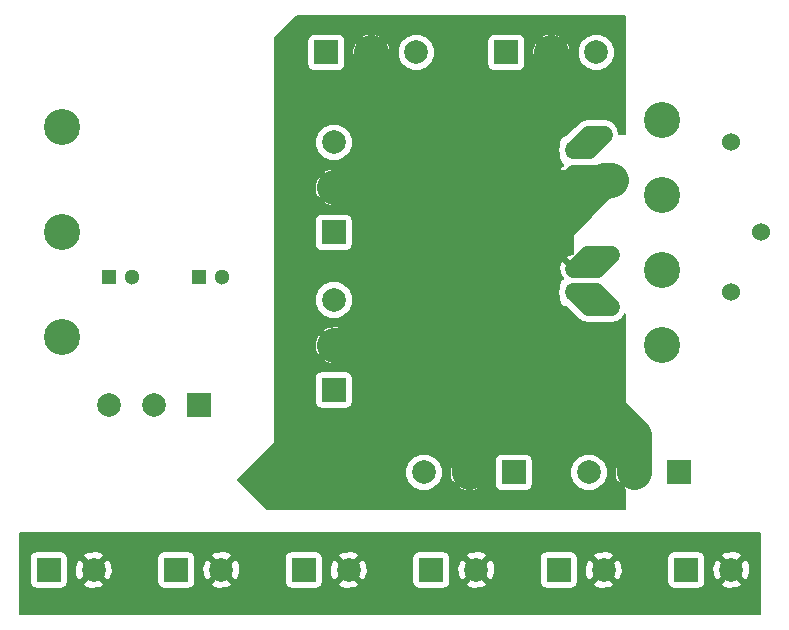
<source format=gbr>
G04 #@! TF.FileFunction,Copper,L2,Inr,Signal*
%FSLAX46Y46*%
G04 Gerber Fmt 4.6, Leading zero omitted, Abs format (unit mm)*
G04 Created by KiCad (PCBNEW (2015-05-27 BZR 5686)-product) date 2015年05月29日 星期五 17时45分10秒*
%MOMM*%
G01*
G04 APERTURE LIST*
%ADD10C,0.100000*%
%ADD11R,1.300000X1.300000*%
%ADD12C,1.300000*%
%ADD13C,2.000000*%
%ADD14R,2.000000X2.000000*%
%ADD15C,1.524000*%
%ADD16C,3.048000*%
%ADD17C,0.600000*%
%ADD18C,1.500000*%
%ADD19C,3.000000*%
%ADD20C,0.152400*%
G04 APERTURE END LIST*
D10*
D11*
X137160000Y-117475000D03*
D12*
X139160000Y-117475000D03*
D11*
X144780000Y-117475000D03*
D12*
X146780000Y-117475000D03*
D11*
X176530000Y-106680000D03*
D12*
X176530000Y-108680000D03*
D11*
X176530000Y-118745000D03*
D12*
X176530000Y-116745000D03*
D13*
X156210000Y-119380000D03*
D14*
X156210000Y-127000000D03*
D13*
X156210000Y-123190000D03*
X163830000Y-133985000D03*
D14*
X171450000Y-133985000D03*
D13*
X167640000Y-133985000D03*
X178435000Y-98425000D03*
D14*
X170815000Y-98425000D03*
D13*
X174625000Y-98425000D03*
X177800000Y-133985000D03*
D14*
X185420000Y-133985000D03*
D13*
X181610000Y-133985000D03*
X156210000Y-106045000D03*
D14*
X156210000Y-113665000D03*
D13*
X156210000Y-109855000D03*
X163195000Y-98425000D03*
D14*
X155575000Y-98425000D03*
D13*
X159385000Y-98425000D03*
X137160000Y-128270000D03*
D14*
X144780000Y-128270000D03*
D13*
X140970000Y-128270000D03*
D14*
X142875000Y-142240000D03*
D13*
X146685000Y-142240000D03*
D14*
X175260000Y-142240000D03*
D13*
X179070000Y-142240000D03*
D14*
X132080000Y-142240000D03*
D13*
X135890000Y-142240000D03*
D14*
X186055000Y-142240000D03*
D13*
X189865000Y-142240000D03*
D14*
X153670000Y-142240000D03*
D13*
X157480000Y-142240000D03*
D14*
X164465000Y-142240000D03*
D13*
X168275000Y-142240000D03*
D15*
X189865000Y-118745000D03*
X192405000Y-113665000D03*
X189865000Y-106045000D03*
D16*
X133223000Y-122555000D03*
X133223000Y-113665000D03*
X133223000Y-104775000D03*
X184023000Y-104140000D03*
X184023000Y-110490000D03*
X184023000Y-116840000D03*
X184023000Y-123190000D03*
D17*
X179070000Y-105410000D03*
X179705000Y-115570000D03*
X179705000Y-109220000D03*
X179705000Y-120015000D03*
D18*
X176530000Y-106680000D02*
X177800000Y-106680000D01*
X177800000Y-106680000D02*
X179070000Y-105410000D01*
X179070000Y-105410000D02*
X177800000Y-105410000D01*
X177800000Y-105410000D02*
X176530000Y-106680000D01*
X179705000Y-115570000D02*
X177705000Y-115570000D01*
X177705000Y-115570000D02*
X176530000Y-116745000D01*
X176530000Y-116745000D02*
X178530000Y-116745000D01*
X178530000Y-116745000D02*
X179705000Y-115570000D01*
X179705000Y-109220000D02*
X177070000Y-109220000D01*
X177070000Y-109220000D02*
X176530000Y-108680000D01*
X176530000Y-108680000D02*
X179165000Y-108680000D01*
X179165000Y-108680000D02*
X179705000Y-109220000D01*
D19*
X172720000Y-115570000D02*
X172720000Y-123825000D01*
X172720000Y-123825000D02*
X172085000Y-123190000D01*
X172085000Y-123190000D02*
X172085000Y-121285000D01*
X172085000Y-121285000D02*
X172085000Y-123190000D01*
X161290000Y-111760000D02*
X161925000Y-111760000D01*
X161925000Y-111760000D02*
X164465000Y-114300000D01*
X164465000Y-114300000D02*
X164465000Y-114935000D01*
X161290000Y-114935000D02*
X164465000Y-114935000D01*
X164465000Y-114935000D02*
X163830000Y-114935000D01*
X163830000Y-114935000D02*
X167640000Y-111125000D01*
X161290000Y-119380000D02*
X161290000Y-114935000D01*
X161290000Y-114935000D02*
X161290000Y-111760000D01*
X161290000Y-111760000D02*
X161290000Y-112395000D01*
X161290000Y-112395000D02*
X158750000Y-109855000D01*
X167957500Y-119062500D02*
X169227500Y-119062500D01*
X169227500Y-119062500D02*
X172720000Y-115570000D01*
X172720000Y-115570000D02*
X178435000Y-109855000D01*
X167957500Y-119062500D02*
X167957500Y-116522500D01*
X167957500Y-116522500D02*
X174625000Y-109855000D01*
X181610000Y-133985000D02*
X181610000Y-132715000D01*
X181610000Y-132715000D02*
X172085000Y-123190000D01*
X172085000Y-123190000D02*
X167957500Y-119062500D01*
X167957500Y-119062500D02*
X167640000Y-118745000D01*
X167640000Y-118745000D02*
X166370000Y-118745000D01*
X167640000Y-133985000D02*
X167640000Y-131445000D01*
X167640000Y-131445000D02*
X166370000Y-130175000D01*
X166370000Y-130175000D02*
X166370000Y-118745000D01*
X166370000Y-118745000D02*
X166370000Y-116205000D01*
X166370000Y-116205000D02*
X166370000Y-114300000D01*
X167640000Y-133985000D02*
X167640000Y-130810000D01*
X167640000Y-130810000D02*
X169545000Y-128905000D01*
X169545000Y-128905000D02*
X169545000Y-118745000D01*
X156210000Y-123190000D02*
X157480000Y-123190000D01*
X157480000Y-123190000D02*
X161290000Y-119380000D01*
X161290000Y-119380000D02*
X166370000Y-114300000D01*
X166370000Y-114300000D02*
X167640000Y-113030000D01*
X167640000Y-113030000D02*
X167640000Y-111125000D01*
X156210000Y-109855000D02*
X158750000Y-109855000D01*
X158750000Y-109855000D02*
X160020000Y-111125000D01*
X160020000Y-111125000D02*
X167640000Y-111125000D01*
X167640000Y-111125000D02*
X171450000Y-111125000D01*
X156210000Y-109855000D02*
X157480000Y-109855000D01*
X157480000Y-109855000D02*
X158750000Y-108585000D01*
X158750000Y-108585000D02*
X168275000Y-108585000D01*
X168275000Y-108585000D02*
X168910000Y-107950000D01*
X168910000Y-107950000D02*
X169545000Y-107950000D01*
X169545000Y-107950000D02*
X169545000Y-109855000D01*
X174625000Y-98425000D02*
X174625000Y-99695000D01*
X174625000Y-99695000D02*
X171450000Y-102870000D01*
X171450000Y-102870000D02*
X171450000Y-111125000D01*
X159385000Y-98425000D02*
X159385000Y-103505000D01*
X159385000Y-103505000D02*
X165735000Y-109855000D01*
X181610000Y-133985000D02*
X181610000Y-130810000D01*
X181610000Y-130810000D02*
X169545000Y-118745000D01*
X169545000Y-118745000D02*
X167640000Y-116840000D01*
X167640000Y-116840000D02*
X167640000Y-114935000D01*
X167640000Y-133985000D02*
X167640000Y-114935000D01*
X167640000Y-114935000D02*
X171450000Y-111125000D01*
X171450000Y-111125000D02*
X172720000Y-109855000D01*
X156210000Y-123190000D02*
X159385000Y-123190000D01*
X159385000Y-123190000D02*
X172720000Y-109855000D01*
X156210000Y-109855000D02*
X165735000Y-109855000D01*
X165735000Y-109855000D02*
X169545000Y-109855000D01*
X159385000Y-98425000D02*
X159385000Y-99695000D01*
X159385000Y-99695000D02*
X169545000Y-109855000D01*
X169545000Y-109855000D02*
X169545000Y-109855000D01*
X169545000Y-109855000D02*
X172720000Y-109855000D01*
X172720000Y-109855000D02*
X174625000Y-109855000D01*
X179705000Y-109220000D02*
X179070000Y-109220000D01*
X179070000Y-109220000D02*
X178435000Y-109855000D01*
X178435000Y-109855000D02*
X174625000Y-109855000D01*
X174625000Y-109855000D02*
X173355000Y-108585000D01*
X173355000Y-108585000D02*
X173355000Y-100965000D01*
X173355000Y-100965000D02*
X174625000Y-99695000D01*
X174625000Y-99695000D02*
X174625000Y-98425000D01*
D18*
X179705000Y-120015000D02*
X177800000Y-120015000D01*
X177800000Y-120015000D02*
X176530000Y-118745000D01*
X176530000Y-118745000D02*
X178435000Y-118745000D01*
X178435000Y-118745000D02*
X179705000Y-120015000D01*
D20*
G36*
X180898800Y-137083800D02*
X179384474Y-137083800D01*
X179384474Y-133671266D01*
X179143802Y-133088795D01*
X178698549Y-132642764D01*
X178116499Y-132401076D01*
X177486266Y-132400526D01*
X176903795Y-132641198D01*
X176457764Y-133086451D01*
X176216076Y-133668501D01*
X176215526Y-134298734D01*
X176456198Y-134881205D01*
X176901451Y-135327236D01*
X177483501Y-135568924D01*
X178113734Y-135569474D01*
X178696205Y-135328802D01*
X179142236Y-134883549D01*
X179383924Y-134301499D01*
X179384474Y-133671266D01*
X179384474Y-137083800D01*
X173045645Y-137083800D01*
X173045645Y-134985000D01*
X173045645Y-132985000D01*
X173002426Y-132762247D01*
X172873820Y-132566467D01*
X172679669Y-132435414D01*
X172450000Y-132389355D01*
X172410645Y-132389355D01*
X172410645Y-99425000D01*
X172410645Y-97425000D01*
X172367426Y-97202247D01*
X172238820Y-97006467D01*
X172044669Y-96875414D01*
X171815000Y-96829355D01*
X169815000Y-96829355D01*
X169592247Y-96872574D01*
X169396467Y-97001180D01*
X169265414Y-97195331D01*
X169219355Y-97425000D01*
X169219355Y-99425000D01*
X169262574Y-99647753D01*
X169391180Y-99843533D01*
X169585331Y-99974586D01*
X169815000Y-100020645D01*
X171815000Y-100020645D01*
X172037753Y-99977426D01*
X172233533Y-99848820D01*
X172364586Y-99654669D01*
X172410645Y-99425000D01*
X172410645Y-132389355D01*
X170450000Y-132389355D01*
X170227247Y-132432574D01*
X170031467Y-132561180D01*
X169900414Y-132755331D01*
X169854355Y-132985000D01*
X169854355Y-134985000D01*
X169897574Y-135207753D01*
X170026180Y-135403533D01*
X170220331Y-135534586D01*
X170450000Y-135580645D01*
X172450000Y-135580645D01*
X172672753Y-135537426D01*
X172868533Y-135408820D01*
X172999586Y-135214669D01*
X173045645Y-134985000D01*
X173045645Y-137083800D01*
X169242569Y-137083800D01*
X169242569Y-134186891D01*
X169197841Y-133558247D01*
X169043321Y-133185201D01*
X168796960Y-133079488D01*
X168545512Y-133330935D01*
X168545512Y-132828040D01*
X168439799Y-132581679D01*
X167841891Y-132382431D01*
X167213247Y-132427159D01*
X166840201Y-132581679D01*
X166734488Y-132828040D01*
X167640000Y-133733553D01*
X168545512Y-132828040D01*
X168545512Y-133330935D01*
X167891447Y-133985000D01*
X168796960Y-134890512D01*
X169043321Y-134784799D01*
X169242569Y-134186891D01*
X169242569Y-137083800D01*
X168545512Y-137083800D01*
X168545512Y-135141960D01*
X167640000Y-134236447D01*
X167388553Y-134487894D01*
X167388553Y-133985000D01*
X166483040Y-133079488D01*
X166236679Y-133185201D01*
X166037431Y-133783109D01*
X166082159Y-134411753D01*
X166236679Y-134784799D01*
X166483040Y-134890512D01*
X167388553Y-133985000D01*
X167388553Y-134487894D01*
X166734488Y-135141960D01*
X166840201Y-135388321D01*
X167438109Y-135587569D01*
X168066753Y-135542841D01*
X168439799Y-135388321D01*
X168545512Y-135141960D01*
X168545512Y-137083800D01*
X165414474Y-137083800D01*
X165414474Y-133671266D01*
X165173802Y-133088795D01*
X164779474Y-132693777D01*
X164779474Y-98111266D01*
X164538802Y-97528795D01*
X164093549Y-97082764D01*
X163511499Y-96841076D01*
X162881266Y-96840526D01*
X162298795Y-97081198D01*
X161852764Y-97526451D01*
X161611076Y-98108501D01*
X161610526Y-98738734D01*
X161851198Y-99321205D01*
X162296451Y-99767236D01*
X162878501Y-100008924D01*
X163508734Y-100009474D01*
X164091205Y-99768802D01*
X164537236Y-99323549D01*
X164778924Y-98741499D01*
X164779474Y-98111266D01*
X164779474Y-132693777D01*
X164728549Y-132642764D01*
X164146499Y-132401076D01*
X163516266Y-132400526D01*
X162933795Y-132641198D01*
X162487764Y-133086451D01*
X162246076Y-133668501D01*
X162245526Y-134298734D01*
X162486198Y-134881205D01*
X162931451Y-135327236D01*
X163513501Y-135568924D01*
X164143734Y-135569474D01*
X164726205Y-135328802D01*
X165172236Y-134883549D01*
X165413924Y-134301499D01*
X165414474Y-133671266D01*
X165414474Y-137083800D01*
X160987569Y-137083800D01*
X160987569Y-98626891D01*
X160942841Y-97998247D01*
X160788321Y-97625201D01*
X160541960Y-97519488D01*
X160290512Y-97770935D01*
X160290512Y-97268040D01*
X160184799Y-97021679D01*
X159586891Y-96822431D01*
X158958247Y-96867159D01*
X158585201Y-97021679D01*
X158479488Y-97268040D01*
X159385000Y-98173553D01*
X160290512Y-97268040D01*
X160290512Y-97770935D01*
X159636447Y-98425000D01*
X160541960Y-99330512D01*
X160788321Y-99224799D01*
X160987569Y-98626891D01*
X160987569Y-137083800D01*
X160290512Y-137083800D01*
X160290512Y-99581960D01*
X159385000Y-98676447D01*
X159133553Y-98927894D01*
X159133553Y-98425000D01*
X158228040Y-97519488D01*
X157981679Y-97625201D01*
X157782431Y-98223109D01*
X157827159Y-98851753D01*
X157981679Y-99224799D01*
X158228040Y-99330512D01*
X159133553Y-98425000D01*
X159133553Y-98927894D01*
X158479488Y-99581960D01*
X158585201Y-99828321D01*
X159183109Y-100027569D01*
X159811753Y-99982841D01*
X160184799Y-99828321D01*
X160290512Y-99581960D01*
X160290512Y-137083800D01*
X157812569Y-137083800D01*
X157812569Y-123391891D01*
X157812569Y-110056891D01*
X157794474Y-109802569D01*
X157794474Y-105731266D01*
X157553802Y-105148795D01*
X157170645Y-104764968D01*
X157170645Y-99425000D01*
X157170645Y-97425000D01*
X157127426Y-97202247D01*
X156998820Y-97006467D01*
X156804669Y-96875414D01*
X156575000Y-96829355D01*
X154575000Y-96829355D01*
X154352247Y-96872574D01*
X154156467Y-97001180D01*
X154025414Y-97195331D01*
X153979355Y-97425000D01*
X153979355Y-99425000D01*
X154022574Y-99647753D01*
X154151180Y-99843533D01*
X154345331Y-99974586D01*
X154575000Y-100020645D01*
X156575000Y-100020645D01*
X156797753Y-99977426D01*
X156993533Y-99848820D01*
X157124586Y-99654669D01*
X157170645Y-99425000D01*
X157170645Y-104764968D01*
X157108549Y-104702764D01*
X156526499Y-104461076D01*
X155896266Y-104460526D01*
X155313795Y-104701198D01*
X154867764Y-105146451D01*
X154626076Y-105728501D01*
X154625526Y-106358734D01*
X154866198Y-106941205D01*
X155311451Y-107387236D01*
X155893501Y-107628924D01*
X156523734Y-107629474D01*
X157106205Y-107388802D01*
X157552236Y-106943549D01*
X157793924Y-106361499D01*
X157794474Y-105731266D01*
X157794474Y-109802569D01*
X157767841Y-109428247D01*
X157613321Y-109055201D01*
X157366960Y-108949488D01*
X157115512Y-109200935D01*
X157115512Y-108698040D01*
X157009799Y-108451679D01*
X156411891Y-108252431D01*
X155783247Y-108297159D01*
X155410201Y-108451679D01*
X155304488Y-108698040D01*
X156210000Y-109603553D01*
X157115512Y-108698040D01*
X157115512Y-109200935D01*
X156461447Y-109855000D01*
X157366960Y-110760512D01*
X157613321Y-110654799D01*
X157812569Y-110056891D01*
X157812569Y-123391891D01*
X157805645Y-123294575D01*
X157805645Y-114665000D01*
X157805645Y-112665000D01*
X157762426Y-112442247D01*
X157633820Y-112246467D01*
X157439669Y-112115414D01*
X157210000Y-112069355D01*
X157115512Y-112069355D01*
X157115512Y-111011960D01*
X156210000Y-110106447D01*
X155958553Y-110357894D01*
X155958553Y-109855000D01*
X155053040Y-108949488D01*
X154806679Y-109055201D01*
X154607431Y-109653109D01*
X154652159Y-110281753D01*
X154806679Y-110654799D01*
X155053040Y-110760512D01*
X155958553Y-109855000D01*
X155958553Y-110357894D01*
X155304488Y-111011960D01*
X155410201Y-111258321D01*
X156008109Y-111457569D01*
X156636753Y-111412841D01*
X157009799Y-111258321D01*
X157115512Y-111011960D01*
X157115512Y-112069355D01*
X155210000Y-112069355D01*
X154987247Y-112112574D01*
X154791467Y-112241180D01*
X154660414Y-112435331D01*
X154614355Y-112665000D01*
X154614355Y-114665000D01*
X154657574Y-114887753D01*
X154786180Y-115083533D01*
X154980331Y-115214586D01*
X155210000Y-115260645D01*
X157210000Y-115260645D01*
X157432753Y-115217426D01*
X157628533Y-115088820D01*
X157759586Y-114894669D01*
X157805645Y-114665000D01*
X157805645Y-123294575D01*
X157794474Y-123137569D01*
X157794474Y-119066266D01*
X157553802Y-118483795D01*
X157108549Y-118037764D01*
X156526499Y-117796076D01*
X155896266Y-117795526D01*
X155313795Y-118036198D01*
X154867764Y-118481451D01*
X154626076Y-119063501D01*
X154625526Y-119693734D01*
X154866198Y-120276205D01*
X155311451Y-120722236D01*
X155893501Y-120963924D01*
X156523734Y-120964474D01*
X157106205Y-120723802D01*
X157552236Y-120278549D01*
X157793924Y-119696499D01*
X157794474Y-119066266D01*
X157794474Y-123137569D01*
X157767841Y-122763247D01*
X157613321Y-122390201D01*
X157366960Y-122284488D01*
X157115512Y-122535935D01*
X157115512Y-122033040D01*
X157009799Y-121786679D01*
X156411891Y-121587431D01*
X155783247Y-121632159D01*
X155410201Y-121786679D01*
X155304488Y-122033040D01*
X156210000Y-122938553D01*
X157115512Y-122033040D01*
X157115512Y-122535935D01*
X156461447Y-123190000D01*
X157366960Y-124095512D01*
X157613321Y-123989799D01*
X157812569Y-123391891D01*
X157812569Y-137083800D01*
X157805645Y-137083800D01*
X157805645Y-128000000D01*
X157805645Y-126000000D01*
X157762426Y-125777247D01*
X157633820Y-125581467D01*
X157439669Y-125450414D01*
X157210000Y-125404355D01*
X157115512Y-125404355D01*
X157115512Y-124346960D01*
X156210000Y-123441447D01*
X155958553Y-123692894D01*
X155958553Y-123190000D01*
X155053040Y-122284488D01*
X154806679Y-122390201D01*
X154607431Y-122988109D01*
X154652159Y-123616753D01*
X154806679Y-123989799D01*
X155053040Y-124095512D01*
X155958553Y-123190000D01*
X155958553Y-123692894D01*
X155304488Y-124346960D01*
X155410201Y-124593321D01*
X156008109Y-124792569D01*
X156636753Y-124747841D01*
X157009799Y-124593321D01*
X157115512Y-124346960D01*
X157115512Y-125404355D01*
X155210000Y-125404355D01*
X154987247Y-125447574D01*
X154791467Y-125576180D01*
X154660414Y-125770331D01*
X154614355Y-126000000D01*
X154614355Y-128000000D01*
X154657574Y-128222753D01*
X154786180Y-128418533D01*
X154980331Y-128549586D01*
X155210000Y-128595645D01*
X157210000Y-128595645D01*
X157432753Y-128552426D01*
X157628533Y-128423820D01*
X157759586Y-128229669D01*
X157805645Y-128000000D01*
X157805645Y-137083800D01*
X150526563Y-137083800D01*
X148062763Y-134620000D01*
X151206200Y-131476563D01*
X151206200Y-97186563D01*
X153066563Y-95326200D01*
X180898800Y-95326200D01*
X180898800Y-105333800D01*
X180389042Y-105333800D01*
X180302640Y-104899424D01*
X180019474Y-104475635D01*
X180019474Y-98111266D01*
X179778802Y-97528795D01*
X179333549Y-97082764D01*
X178751499Y-96841076D01*
X178121266Y-96840526D01*
X177538795Y-97081198D01*
X177092764Y-97526451D01*
X176851076Y-98108501D01*
X176850526Y-98738734D01*
X177091198Y-99321205D01*
X177536451Y-99767236D01*
X178118501Y-100008924D01*
X178748734Y-100009474D01*
X179331205Y-99768802D01*
X179777236Y-99323549D01*
X180018924Y-98741499D01*
X180019474Y-98111266D01*
X180019474Y-104475635D01*
X180013422Y-104466578D01*
X179580576Y-104177360D01*
X179070000Y-104075800D01*
X177800000Y-104075800D01*
X177289423Y-104177360D01*
X176856578Y-104466578D01*
X176227569Y-105095587D01*
X176227569Y-98626891D01*
X176182841Y-97998247D01*
X176028321Y-97625201D01*
X175781960Y-97519488D01*
X175530512Y-97770935D01*
X175530512Y-97268040D01*
X175424799Y-97021679D01*
X174826891Y-96822431D01*
X174198247Y-96867159D01*
X173825201Y-97021679D01*
X173719488Y-97268040D01*
X174625000Y-98173553D01*
X175530512Y-97268040D01*
X175530512Y-97770935D01*
X174876447Y-98425000D01*
X175781960Y-99330512D01*
X176028321Y-99224799D01*
X176227569Y-98626891D01*
X176227569Y-105095587D01*
X175888801Y-105434355D01*
X175880000Y-105434355D01*
X175657247Y-105477574D01*
X175530512Y-105560825D01*
X175530512Y-99581960D01*
X174625000Y-98676447D01*
X174373553Y-98927894D01*
X174373553Y-98425000D01*
X173468040Y-97519488D01*
X173221679Y-97625201D01*
X173022431Y-98223109D01*
X173067159Y-98851753D01*
X173221679Y-99224799D01*
X173468040Y-99330512D01*
X174373553Y-98425000D01*
X174373553Y-98927894D01*
X173719488Y-99581960D01*
X173825201Y-99828321D01*
X174423109Y-100027569D01*
X175051753Y-99982841D01*
X175424799Y-99828321D01*
X175530512Y-99581960D01*
X175530512Y-105560825D01*
X175461467Y-105606180D01*
X175330414Y-105800331D01*
X175284355Y-106030000D01*
X175284355Y-106234804D01*
X175195800Y-106680000D01*
X175284355Y-107125195D01*
X175284355Y-107330000D01*
X175327574Y-107552753D01*
X175456180Y-107748533D01*
X175592168Y-107840325D01*
X175515522Y-107916972D01*
X175627851Y-108029301D01*
X175417655Y-108091607D01*
X175277158Y-108562072D01*
X175327395Y-109050490D01*
X175417655Y-109268393D01*
X175627854Y-109330699D01*
X176278553Y-108680000D01*
X176264410Y-108665857D01*
X176453800Y-108476468D01*
X176453800Y-109007647D01*
X176278553Y-109182894D01*
X175879301Y-109582146D01*
X175941607Y-109792345D01*
X176412072Y-109932842D01*
X176453800Y-109928550D01*
X176453800Y-115512125D01*
X176159510Y-115542395D01*
X175941607Y-115632655D01*
X175879301Y-115842854D01*
X176453800Y-116417353D01*
X176453800Y-116948532D01*
X176278553Y-116773285D01*
X176264410Y-116759142D01*
X176278553Y-116745000D01*
X175627854Y-116094301D01*
X175417655Y-116156607D01*
X175277158Y-116627072D01*
X175327395Y-117115490D01*
X175417655Y-117333393D01*
X175627851Y-117395698D01*
X175515522Y-117508028D01*
X175592560Y-117585066D01*
X175461467Y-117671180D01*
X175330414Y-117865331D01*
X175284355Y-118095000D01*
X175284355Y-118299804D01*
X175195800Y-118745000D01*
X175284355Y-119190195D01*
X175284355Y-119395000D01*
X175327574Y-119617753D01*
X175456180Y-119813533D01*
X175650331Y-119944586D01*
X175880000Y-119990645D01*
X175888801Y-119990645D01*
X176856578Y-120958422D01*
X177289423Y-121247640D01*
X177289424Y-121247640D01*
X177800000Y-121349200D01*
X179705000Y-121349200D01*
X180215576Y-121247640D01*
X180648422Y-120958422D01*
X180898800Y-120583704D01*
X180898800Y-132544980D01*
X180810201Y-132581679D01*
X180704488Y-132828040D01*
X180898800Y-133022352D01*
X180898800Y-133525247D01*
X180453040Y-133079488D01*
X180206679Y-133185201D01*
X180007431Y-133783109D01*
X180052159Y-134411753D01*
X180206679Y-134784799D01*
X180453040Y-134890512D01*
X180898800Y-134444752D01*
X180898800Y-134947647D01*
X180704488Y-135141960D01*
X180810201Y-135388321D01*
X180898800Y-135417845D01*
X180898800Y-137083800D01*
X180898800Y-137083800D01*
G37*
X180898800Y-137083800D02*
X179384474Y-137083800D01*
X179384474Y-133671266D01*
X179143802Y-133088795D01*
X178698549Y-132642764D01*
X178116499Y-132401076D01*
X177486266Y-132400526D01*
X176903795Y-132641198D01*
X176457764Y-133086451D01*
X176216076Y-133668501D01*
X176215526Y-134298734D01*
X176456198Y-134881205D01*
X176901451Y-135327236D01*
X177483501Y-135568924D01*
X178113734Y-135569474D01*
X178696205Y-135328802D01*
X179142236Y-134883549D01*
X179383924Y-134301499D01*
X179384474Y-133671266D01*
X179384474Y-137083800D01*
X173045645Y-137083800D01*
X173045645Y-134985000D01*
X173045645Y-132985000D01*
X173002426Y-132762247D01*
X172873820Y-132566467D01*
X172679669Y-132435414D01*
X172450000Y-132389355D01*
X172410645Y-132389355D01*
X172410645Y-99425000D01*
X172410645Y-97425000D01*
X172367426Y-97202247D01*
X172238820Y-97006467D01*
X172044669Y-96875414D01*
X171815000Y-96829355D01*
X169815000Y-96829355D01*
X169592247Y-96872574D01*
X169396467Y-97001180D01*
X169265414Y-97195331D01*
X169219355Y-97425000D01*
X169219355Y-99425000D01*
X169262574Y-99647753D01*
X169391180Y-99843533D01*
X169585331Y-99974586D01*
X169815000Y-100020645D01*
X171815000Y-100020645D01*
X172037753Y-99977426D01*
X172233533Y-99848820D01*
X172364586Y-99654669D01*
X172410645Y-99425000D01*
X172410645Y-132389355D01*
X170450000Y-132389355D01*
X170227247Y-132432574D01*
X170031467Y-132561180D01*
X169900414Y-132755331D01*
X169854355Y-132985000D01*
X169854355Y-134985000D01*
X169897574Y-135207753D01*
X170026180Y-135403533D01*
X170220331Y-135534586D01*
X170450000Y-135580645D01*
X172450000Y-135580645D01*
X172672753Y-135537426D01*
X172868533Y-135408820D01*
X172999586Y-135214669D01*
X173045645Y-134985000D01*
X173045645Y-137083800D01*
X169242569Y-137083800D01*
X169242569Y-134186891D01*
X169197841Y-133558247D01*
X169043321Y-133185201D01*
X168796960Y-133079488D01*
X168545512Y-133330935D01*
X168545512Y-132828040D01*
X168439799Y-132581679D01*
X167841891Y-132382431D01*
X167213247Y-132427159D01*
X166840201Y-132581679D01*
X166734488Y-132828040D01*
X167640000Y-133733553D01*
X168545512Y-132828040D01*
X168545512Y-133330935D01*
X167891447Y-133985000D01*
X168796960Y-134890512D01*
X169043321Y-134784799D01*
X169242569Y-134186891D01*
X169242569Y-137083800D01*
X168545512Y-137083800D01*
X168545512Y-135141960D01*
X167640000Y-134236447D01*
X167388553Y-134487894D01*
X167388553Y-133985000D01*
X166483040Y-133079488D01*
X166236679Y-133185201D01*
X166037431Y-133783109D01*
X166082159Y-134411753D01*
X166236679Y-134784799D01*
X166483040Y-134890512D01*
X167388553Y-133985000D01*
X167388553Y-134487894D01*
X166734488Y-135141960D01*
X166840201Y-135388321D01*
X167438109Y-135587569D01*
X168066753Y-135542841D01*
X168439799Y-135388321D01*
X168545512Y-135141960D01*
X168545512Y-137083800D01*
X165414474Y-137083800D01*
X165414474Y-133671266D01*
X165173802Y-133088795D01*
X164779474Y-132693777D01*
X164779474Y-98111266D01*
X164538802Y-97528795D01*
X164093549Y-97082764D01*
X163511499Y-96841076D01*
X162881266Y-96840526D01*
X162298795Y-97081198D01*
X161852764Y-97526451D01*
X161611076Y-98108501D01*
X161610526Y-98738734D01*
X161851198Y-99321205D01*
X162296451Y-99767236D01*
X162878501Y-100008924D01*
X163508734Y-100009474D01*
X164091205Y-99768802D01*
X164537236Y-99323549D01*
X164778924Y-98741499D01*
X164779474Y-98111266D01*
X164779474Y-132693777D01*
X164728549Y-132642764D01*
X164146499Y-132401076D01*
X163516266Y-132400526D01*
X162933795Y-132641198D01*
X162487764Y-133086451D01*
X162246076Y-133668501D01*
X162245526Y-134298734D01*
X162486198Y-134881205D01*
X162931451Y-135327236D01*
X163513501Y-135568924D01*
X164143734Y-135569474D01*
X164726205Y-135328802D01*
X165172236Y-134883549D01*
X165413924Y-134301499D01*
X165414474Y-133671266D01*
X165414474Y-137083800D01*
X160987569Y-137083800D01*
X160987569Y-98626891D01*
X160942841Y-97998247D01*
X160788321Y-97625201D01*
X160541960Y-97519488D01*
X160290512Y-97770935D01*
X160290512Y-97268040D01*
X160184799Y-97021679D01*
X159586891Y-96822431D01*
X158958247Y-96867159D01*
X158585201Y-97021679D01*
X158479488Y-97268040D01*
X159385000Y-98173553D01*
X160290512Y-97268040D01*
X160290512Y-97770935D01*
X159636447Y-98425000D01*
X160541960Y-99330512D01*
X160788321Y-99224799D01*
X160987569Y-98626891D01*
X160987569Y-137083800D01*
X160290512Y-137083800D01*
X160290512Y-99581960D01*
X159385000Y-98676447D01*
X159133553Y-98927894D01*
X159133553Y-98425000D01*
X158228040Y-97519488D01*
X157981679Y-97625201D01*
X157782431Y-98223109D01*
X157827159Y-98851753D01*
X157981679Y-99224799D01*
X158228040Y-99330512D01*
X159133553Y-98425000D01*
X159133553Y-98927894D01*
X158479488Y-99581960D01*
X158585201Y-99828321D01*
X159183109Y-100027569D01*
X159811753Y-99982841D01*
X160184799Y-99828321D01*
X160290512Y-99581960D01*
X160290512Y-137083800D01*
X157812569Y-137083800D01*
X157812569Y-123391891D01*
X157812569Y-110056891D01*
X157794474Y-109802569D01*
X157794474Y-105731266D01*
X157553802Y-105148795D01*
X157170645Y-104764968D01*
X157170645Y-99425000D01*
X157170645Y-97425000D01*
X157127426Y-97202247D01*
X156998820Y-97006467D01*
X156804669Y-96875414D01*
X156575000Y-96829355D01*
X154575000Y-96829355D01*
X154352247Y-96872574D01*
X154156467Y-97001180D01*
X154025414Y-97195331D01*
X153979355Y-97425000D01*
X153979355Y-99425000D01*
X154022574Y-99647753D01*
X154151180Y-99843533D01*
X154345331Y-99974586D01*
X154575000Y-100020645D01*
X156575000Y-100020645D01*
X156797753Y-99977426D01*
X156993533Y-99848820D01*
X157124586Y-99654669D01*
X157170645Y-99425000D01*
X157170645Y-104764968D01*
X157108549Y-104702764D01*
X156526499Y-104461076D01*
X155896266Y-104460526D01*
X155313795Y-104701198D01*
X154867764Y-105146451D01*
X154626076Y-105728501D01*
X154625526Y-106358734D01*
X154866198Y-106941205D01*
X155311451Y-107387236D01*
X155893501Y-107628924D01*
X156523734Y-107629474D01*
X157106205Y-107388802D01*
X157552236Y-106943549D01*
X157793924Y-106361499D01*
X157794474Y-105731266D01*
X157794474Y-109802569D01*
X157767841Y-109428247D01*
X157613321Y-109055201D01*
X157366960Y-108949488D01*
X157115512Y-109200935D01*
X157115512Y-108698040D01*
X157009799Y-108451679D01*
X156411891Y-108252431D01*
X155783247Y-108297159D01*
X155410201Y-108451679D01*
X155304488Y-108698040D01*
X156210000Y-109603553D01*
X157115512Y-108698040D01*
X157115512Y-109200935D01*
X156461447Y-109855000D01*
X157366960Y-110760512D01*
X157613321Y-110654799D01*
X157812569Y-110056891D01*
X157812569Y-123391891D01*
X157805645Y-123294575D01*
X157805645Y-114665000D01*
X157805645Y-112665000D01*
X157762426Y-112442247D01*
X157633820Y-112246467D01*
X157439669Y-112115414D01*
X157210000Y-112069355D01*
X157115512Y-112069355D01*
X157115512Y-111011960D01*
X156210000Y-110106447D01*
X155958553Y-110357894D01*
X155958553Y-109855000D01*
X155053040Y-108949488D01*
X154806679Y-109055201D01*
X154607431Y-109653109D01*
X154652159Y-110281753D01*
X154806679Y-110654799D01*
X155053040Y-110760512D01*
X155958553Y-109855000D01*
X155958553Y-110357894D01*
X155304488Y-111011960D01*
X155410201Y-111258321D01*
X156008109Y-111457569D01*
X156636753Y-111412841D01*
X157009799Y-111258321D01*
X157115512Y-111011960D01*
X157115512Y-112069355D01*
X155210000Y-112069355D01*
X154987247Y-112112574D01*
X154791467Y-112241180D01*
X154660414Y-112435331D01*
X154614355Y-112665000D01*
X154614355Y-114665000D01*
X154657574Y-114887753D01*
X154786180Y-115083533D01*
X154980331Y-115214586D01*
X155210000Y-115260645D01*
X157210000Y-115260645D01*
X157432753Y-115217426D01*
X157628533Y-115088820D01*
X157759586Y-114894669D01*
X157805645Y-114665000D01*
X157805645Y-123294575D01*
X157794474Y-123137569D01*
X157794474Y-119066266D01*
X157553802Y-118483795D01*
X157108549Y-118037764D01*
X156526499Y-117796076D01*
X155896266Y-117795526D01*
X155313795Y-118036198D01*
X154867764Y-118481451D01*
X154626076Y-119063501D01*
X154625526Y-119693734D01*
X154866198Y-120276205D01*
X155311451Y-120722236D01*
X155893501Y-120963924D01*
X156523734Y-120964474D01*
X157106205Y-120723802D01*
X157552236Y-120278549D01*
X157793924Y-119696499D01*
X157794474Y-119066266D01*
X157794474Y-123137569D01*
X157767841Y-122763247D01*
X157613321Y-122390201D01*
X157366960Y-122284488D01*
X157115512Y-122535935D01*
X157115512Y-122033040D01*
X157009799Y-121786679D01*
X156411891Y-121587431D01*
X155783247Y-121632159D01*
X155410201Y-121786679D01*
X155304488Y-122033040D01*
X156210000Y-122938553D01*
X157115512Y-122033040D01*
X157115512Y-122535935D01*
X156461447Y-123190000D01*
X157366960Y-124095512D01*
X157613321Y-123989799D01*
X157812569Y-123391891D01*
X157812569Y-137083800D01*
X157805645Y-137083800D01*
X157805645Y-128000000D01*
X157805645Y-126000000D01*
X157762426Y-125777247D01*
X157633820Y-125581467D01*
X157439669Y-125450414D01*
X157210000Y-125404355D01*
X157115512Y-125404355D01*
X157115512Y-124346960D01*
X156210000Y-123441447D01*
X155958553Y-123692894D01*
X155958553Y-123190000D01*
X155053040Y-122284488D01*
X154806679Y-122390201D01*
X154607431Y-122988109D01*
X154652159Y-123616753D01*
X154806679Y-123989799D01*
X155053040Y-124095512D01*
X155958553Y-123190000D01*
X155958553Y-123692894D01*
X155304488Y-124346960D01*
X155410201Y-124593321D01*
X156008109Y-124792569D01*
X156636753Y-124747841D01*
X157009799Y-124593321D01*
X157115512Y-124346960D01*
X157115512Y-125404355D01*
X155210000Y-125404355D01*
X154987247Y-125447574D01*
X154791467Y-125576180D01*
X154660414Y-125770331D01*
X154614355Y-126000000D01*
X154614355Y-128000000D01*
X154657574Y-128222753D01*
X154786180Y-128418533D01*
X154980331Y-128549586D01*
X155210000Y-128595645D01*
X157210000Y-128595645D01*
X157432753Y-128552426D01*
X157628533Y-128423820D01*
X157759586Y-128229669D01*
X157805645Y-128000000D01*
X157805645Y-137083800D01*
X150526563Y-137083800D01*
X148062763Y-134620000D01*
X151206200Y-131476563D01*
X151206200Y-97186563D01*
X153066563Y-95326200D01*
X180898800Y-95326200D01*
X180898800Y-105333800D01*
X180389042Y-105333800D01*
X180302640Y-104899424D01*
X180019474Y-104475635D01*
X180019474Y-98111266D01*
X179778802Y-97528795D01*
X179333549Y-97082764D01*
X178751499Y-96841076D01*
X178121266Y-96840526D01*
X177538795Y-97081198D01*
X177092764Y-97526451D01*
X176851076Y-98108501D01*
X176850526Y-98738734D01*
X177091198Y-99321205D01*
X177536451Y-99767236D01*
X178118501Y-100008924D01*
X178748734Y-100009474D01*
X179331205Y-99768802D01*
X179777236Y-99323549D01*
X180018924Y-98741499D01*
X180019474Y-98111266D01*
X180019474Y-104475635D01*
X180013422Y-104466578D01*
X179580576Y-104177360D01*
X179070000Y-104075800D01*
X177800000Y-104075800D01*
X177289423Y-104177360D01*
X176856578Y-104466578D01*
X176227569Y-105095587D01*
X176227569Y-98626891D01*
X176182841Y-97998247D01*
X176028321Y-97625201D01*
X175781960Y-97519488D01*
X175530512Y-97770935D01*
X175530512Y-97268040D01*
X175424799Y-97021679D01*
X174826891Y-96822431D01*
X174198247Y-96867159D01*
X173825201Y-97021679D01*
X173719488Y-97268040D01*
X174625000Y-98173553D01*
X175530512Y-97268040D01*
X175530512Y-97770935D01*
X174876447Y-98425000D01*
X175781960Y-99330512D01*
X176028321Y-99224799D01*
X176227569Y-98626891D01*
X176227569Y-105095587D01*
X175888801Y-105434355D01*
X175880000Y-105434355D01*
X175657247Y-105477574D01*
X175530512Y-105560825D01*
X175530512Y-99581960D01*
X174625000Y-98676447D01*
X174373553Y-98927894D01*
X174373553Y-98425000D01*
X173468040Y-97519488D01*
X173221679Y-97625201D01*
X173022431Y-98223109D01*
X173067159Y-98851753D01*
X173221679Y-99224799D01*
X173468040Y-99330512D01*
X174373553Y-98425000D01*
X174373553Y-98927894D01*
X173719488Y-99581960D01*
X173825201Y-99828321D01*
X174423109Y-100027569D01*
X175051753Y-99982841D01*
X175424799Y-99828321D01*
X175530512Y-99581960D01*
X175530512Y-105560825D01*
X175461467Y-105606180D01*
X175330414Y-105800331D01*
X175284355Y-106030000D01*
X175284355Y-106234804D01*
X175195800Y-106680000D01*
X175284355Y-107125195D01*
X175284355Y-107330000D01*
X175327574Y-107552753D01*
X175456180Y-107748533D01*
X175592168Y-107840325D01*
X175515522Y-107916972D01*
X175627851Y-108029301D01*
X175417655Y-108091607D01*
X175277158Y-108562072D01*
X175327395Y-109050490D01*
X175417655Y-109268393D01*
X175627854Y-109330699D01*
X176278553Y-108680000D01*
X176264410Y-108665857D01*
X176453800Y-108476468D01*
X176453800Y-109007647D01*
X176278553Y-109182894D01*
X175879301Y-109582146D01*
X175941607Y-109792345D01*
X176412072Y-109932842D01*
X176453800Y-109928550D01*
X176453800Y-115512125D01*
X176159510Y-115542395D01*
X175941607Y-115632655D01*
X175879301Y-115842854D01*
X176453800Y-116417353D01*
X176453800Y-116948532D01*
X176278553Y-116773285D01*
X176264410Y-116759142D01*
X176278553Y-116745000D01*
X175627854Y-116094301D01*
X175417655Y-116156607D01*
X175277158Y-116627072D01*
X175327395Y-117115490D01*
X175417655Y-117333393D01*
X175627851Y-117395698D01*
X175515522Y-117508028D01*
X175592560Y-117585066D01*
X175461467Y-117671180D01*
X175330414Y-117865331D01*
X175284355Y-118095000D01*
X175284355Y-118299804D01*
X175195800Y-118745000D01*
X175284355Y-119190195D01*
X175284355Y-119395000D01*
X175327574Y-119617753D01*
X175456180Y-119813533D01*
X175650331Y-119944586D01*
X175880000Y-119990645D01*
X175888801Y-119990645D01*
X176856578Y-120958422D01*
X177289423Y-121247640D01*
X177289424Y-121247640D01*
X177800000Y-121349200D01*
X179705000Y-121349200D01*
X180215576Y-121247640D01*
X180648422Y-120958422D01*
X180898800Y-120583704D01*
X180898800Y-132544980D01*
X180810201Y-132581679D01*
X180704488Y-132828040D01*
X180898800Y-133022352D01*
X180898800Y-133525247D01*
X180453040Y-133079488D01*
X180206679Y-133185201D01*
X180007431Y-133783109D01*
X180052159Y-134411753D01*
X180206679Y-134784799D01*
X180453040Y-134890512D01*
X180898800Y-134444752D01*
X180898800Y-134947647D01*
X180704488Y-135141960D01*
X180810201Y-135388321D01*
X180898800Y-135417845D01*
X180898800Y-137083800D01*
G36*
X192328800Y-145973800D02*
X191467569Y-145973800D01*
X191467569Y-142441891D01*
X191422841Y-141813247D01*
X191268321Y-141440201D01*
X191021960Y-141334488D01*
X190770512Y-141585935D01*
X190770512Y-141083040D01*
X190664799Y-140836679D01*
X190066891Y-140637431D01*
X189438247Y-140682159D01*
X189065201Y-140836679D01*
X188959488Y-141083040D01*
X189865000Y-141988553D01*
X190770512Y-141083040D01*
X190770512Y-141585935D01*
X190116447Y-142240000D01*
X191021960Y-143145512D01*
X191268321Y-143039799D01*
X191467569Y-142441891D01*
X191467569Y-145973800D01*
X190770512Y-145973800D01*
X190770512Y-143396960D01*
X189865000Y-142491447D01*
X189613553Y-142742894D01*
X189613553Y-142240000D01*
X188708040Y-141334488D01*
X188461679Y-141440201D01*
X188262431Y-142038109D01*
X188307159Y-142666753D01*
X188461679Y-143039799D01*
X188708040Y-143145512D01*
X189613553Y-142240000D01*
X189613553Y-142742894D01*
X188959488Y-143396960D01*
X189065201Y-143643321D01*
X189663109Y-143842569D01*
X190291753Y-143797841D01*
X190664799Y-143643321D01*
X190770512Y-143396960D01*
X190770512Y-145973800D01*
X187650645Y-145973800D01*
X187650645Y-143240000D01*
X187650645Y-141240000D01*
X187607426Y-141017247D01*
X187478820Y-140821467D01*
X187284669Y-140690414D01*
X187055000Y-140644355D01*
X185055000Y-140644355D01*
X184832247Y-140687574D01*
X184636467Y-140816180D01*
X184505414Y-141010331D01*
X184459355Y-141240000D01*
X184459355Y-143240000D01*
X184502574Y-143462753D01*
X184631180Y-143658533D01*
X184825331Y-143789586D01*
X185055000Y-143835645D01*
X187055000Y-143835645D01*
X187277753Y-143792426D01*
X187473533Y-143663820D01*
X187604586Y-143469669D01*
X187650645Y-143240000D01*
X187650645Y-145973800D01*
X180672569Y-145973800D01*
X180672569Y-142441891D01*
X180627841Y-141813247D01*
X180473321Y-141440201D01*
X180226960Y-141334488D01*
X179975512Y-141585935D01*
X179975512Y-141083040D01*
X179869799Y-140836679D01*
X179271891Y-140637431D01*
X178643247Y-140682159D01*
X178270201Y-140836679D01*
X178164488Y-141083040D01*
X179070000Y-141988553D01*
X179975512Y-141083040D01*
X179975512Y-141585935D01*
X179321447Y-142240000D01*
X180226960Y-143145512D01*
X180473321Y-143039799D01*
X180672569Y-142441891D01*
X180672569Y-145973800D01*
X179975512Y-145973800D01*
X179975512Y-143396960D01*
X179070000Y-142491447D01*
X178818553Y-142742894D01*
X178818553Y-142240000D01*
X177913040Y-141334488D01*
X177666679Y-141440201D01*
X177467431Y-142038109D01*
X177512159Y-142666753D01*
X177666679Y-143039799D01*
X177913040Y-143145512D01*
X178818553Y-142240000D01*
X178818553Y-142742894D01*
X178164488Y-143396960D01*
X178270201Y-143643321D01*
X178868109Y-143842569D01*
X179496753Y-143797841D01*
X179869799Y-143643321D01*
X179975512Y-143396960D01*
X179975512Y-145973800D01*
X176855645Y-145973800D01*
X176855645Y-143240000D01*
X176855645Y-141240000D01*
X176812426Y-141017247D01*
X176683820Y-140821467D01*
X176489669Y-140690414D01*
X176260000Y-140644355D01*
X174260000Y-140644355D01*
X174037247Y-140687574D01*
X173841467Y-140816180D01*
X173710414Y-141010331D01*
X173664355Y-141240000D01*
X173664355Y-143240000D01*
X173707574Y-143462753D01*
X173836180Y-143658533D01*
X174030331Y-143789586D01*
X174260000Y-143835645D01*
X176260000Y-143835645D01*
X176482753Y-143792426D01*
X176678533Y-143663820D01*
X176809586Y-143469669D01*
X176855645Y-143240000D01*
X176855645Y-145973800D01*
X169877569Y-145973800D01*
X169877569Y-142441891D01*
X169832841Y-141813247D01*
X169678321Y-141440201D01*
X169431960Y-141334488D01*
X169180512Y-141585935D01*
X169180512Y-141083040D01*
X169074799Y-140836679D01*
X168476891Y-140637431D01*
X167848247Y-140682159D01*
X167475201Y-140836679D01*
X167369488Y-141083040D01*
X168275000Y-141988553D01*
X169180512Y-141083040D01*
X169180512Y-141585935D01*
X168526447Y-142240000D01*
X169431960Y-143145512D01*
X169678321Y-143039799D01*
X169877569Y-142441891D01*
X169877569Y-145973800D01*
X169180512Y-145973800D01*
X169180512Y-143396960D01*
X168275000Y-142491447D01*
X168023553Y-142742894D01*
X168023553Y-142240000D01*
X167118040Y-141334488D01*
X166871679Y-141440201D01*
X166672431Y-142038109D01*
X166717159Y-142666753D01*
X166871679Y-143039799D01*
X167118040Y-143145512D01*
X168023553Y-142240000D01*
X168023553Y-142742894D01*
X167369488Y-143396960D01*
X167475201Y-143643321D01*
X168073109Y-143842569D01*
X168701753Y-143797841D01*
X169074799Y-143643321D01*
X169180512Y-143396960D01*
X169180512Y-145973800D01*
X166060645Y-145973800D01*
X166060645Y-143240000D01*
X166060645Y-141240000D01*
X166017426Y-141017247D01*
X165888820Y-140821467D01*
X165694669Y-140690414D01*
X165465000Y-140644355D01*
X163465000Y-140644355D01*
X163242247Y-140687574D01*
X163046467Y-140816180D01*
X162915414Y-141010331D01*
X162869355Y-141240000D01*
X162869355Y-143240000D01*
X162912574Y-143462753D01*
X163041180Y-143658533D01*
X163235331Y-143789586D01*
X163465000Y-143835645D01*
X165465000Y-143835645D01*
X165687753Y-143792426D01*
X165883533Y-143663820D01*
X166014586Y-143469669D01*
X166060645Y-143240000D01*
X166060645Y-145973800D01*
X159082569Y-145973800D01*
X159082569Y-142441891D01*
X159037841Y-141813247D01*
X158883321Y-141440201D01*
X158636960Y-141334488D01*
X158385512Y-141585935D01*
X158385512Y-141083040D01*
X158279799Y-140836679D01*
X157681891Y-140637431D01*
X157053247Y-140682159D01*
X156680201Y-140836679D01*
X156574488Y-141083040D01*
X157480000Y-141988553D01*
X158385512Y-141083040D01*
X158385512Y-141585935D01*
X157731447Y-142240000D01*
X158636960Y-143145512D01*
X158883321Y-143039799D01*
X159082569Y-142441891D01*
X159082569Y-145973800D01*
X158385512Y-145973800D01*
X158385512Y-143396960D01*
X157480000Y-142491447D01*
X157228553Y-142742894D01*
X157228553Y-142240000D01*
X156323040Y-141334488D01*
X156076679Y-141440201D01*
X155877431Y-142038109D01*
X155922159Y-142666753D01*
X156076679Y-143039799D01*
X156323040Y-143145512D01*
X157228553Y-142240000D01*
X157228553Y-142742894D01*
X156574488Y-143396960D01*
X156680201Y-143643321D01*
X157278109Y-143842569D01*
X157906753Y-143797841D01*
X158279799Y-143643321D01*
X158385512Y-143396960D01*
X158385512Y-145973800D01*
X155265645Y-145973800D01*
X155265645Y-143240000D01*
X155265645Y-141240000D01*
X155222426Y-141017247D01*
X155093820Y-140821467D01*
X154899669Y-140690414D01*
X154670000Y-140644355D01*
X152670000Y-140644355D01*
X152447247Y-140687574D01*
X152251467Y-140816180D01*
X152120414Y-141010331D01*
X152074355Y-141240000D01*
X152074355Y-143240000D01*
X152117574Y-143462753D01*
X152246180Y-143658533D01*
X152440331Y-143789586D01*
X152670000Y-143835645D01*
X154670000Y-143835645D01*
X154892753Y-143792426D01*
X155088533Y-143663820D01*
X155219586Y-143469669D01*
X155265645Y-143240000D01*
X155265645Y-145973800D01*
X148287569Y-145973800D01*
X148287569Y-142441891D01*
X148242841Y-141813247D01*
X148088321Y-141440201D01*
X147841960Y-141334488D01*
X147590512Y-141585935D01*
X147590512Y-141083040D01*
X147484799Y-140836679D01*
X146886891Y-140637431D01*
X146258247Y-140682159D01*
X145885201Y-140836679D01*
X145779488Y-141083040D01*
X146685000Y-141988553D01*
X147590512Y-141083040D01*
X147590512Y-141585935D01*
X146936447Y-142240000D01*
X147841960Y-143145512D01*
X148088321Y-143039799D01*
X148287569Y-142441891D01*
X148287569Y-145973800D01*
X147590512Y-145973800D01*
X147590512Y-143396960D01*
X146685000Y-142491447D01*
X146433553Y-142742894D01*
X146433553Y-142240000D01*
X145528040Y-141334488D01*
X145281679Y-141440201D01*
X145082431Y-142038109D01*
X145127159Y-142666753D01*
X145281679Y-143039799D01*
X145528040Y-143145512D01*
X146433553Y-142240000D01*
X146433553Y-142742894D01*
X145779488Y-143396960D01*
X145885201Y-143643321D01*
X146483109Y-143842569D01*
X147111753Y-143797841D01*
X147484799Y-143643321D01*
X147590512Y-143396960D01*
X147590512Y-145973800D01*
X144470645Y-145973800D01*
X144470645Y-143240000D01*
X144470645Y-141240000D01*
X144427426Y-141017247D01*
X144298820Y-140821467D01*
X144104669Y-140690414D01*
X143875000Y-140644355D01*
X141875000Y-140644355D01*
X141652247Y-140687574D01*
X141456467Y-140816180D01*
X141325414Y-141010331D01*
X141279355Y-141240000D01*
X141279355Y-143240000D01*
X141322574Y-143462753D01*
X141451180Y-143658533D01*
X141645331Y-143789586D01*
X141875000Y-143835645D01*
X143875000Y-143835645D01*
X144097753Y-143792426D01*
X144293533Y-143663820D01*
X144424586Y-143469669D01*
X144470645Y-143240000D01*
X144470645Y-145973800D01*
X137492569Y-145973800D01*
X137492569Y-142441891D01*
X137447841Y-141813247D01*
X137293321Y-141440201D01*
X137046960Y-141334488D01*
X136795512Y-141585935D01*
X136795512Y-141083040D01*
X136689799Y-140836679D01*
X136091891Y-140637431D01*
X135463247Y-140682159D01*
X135090201Y-140836679D01*
X134984488Y-141083040D01*
X135890000Y-141988553D01*
X136795512Y-141083040D01*
X136795512Y-141585935D01*
X136141447Y-142240000D01*
X137046960Y-143145512D01*
X137293321Y-143039799D01*
X137492569Y-142441891D01*
X137492569Y-145973800D01*
X136795512Y-145973800D01*
X136795512Y-143396960D01*
X135890000Y-142491447D01*
X135638553Y-142742894D01*
X135638553Y-142240000D01*
X134733040Y-141334488D01*
X134486679Y-141440201D01*
X134287431Y-142038109D01*
X134332159Y-142666753D01*
X134486679Y-143039799D01*
X134733040Y-143145512D01*
X135638553Y-142240000D01*
X135638553Y-142742894D01*
X134984488Y-143396960D01*
X135090201Y-143643321D01*
X135688109Y-143842569D01*
X136316753Y-143797841D01*
X136689799Y-143643321D01*
X136795512Y-143396960D01*
X136795512Y-145973800D01*
X133675645Y-145973800D01*
X133675645Y-143240000D01*
X133675645Y-141240000D01*
X133632426Y-141017247D01*
X133503820Y-140821467D01*
X133309669Y-140690414D01*
X133080000Y-140644355D01*
X131080000Y-140644355D01*
X130857247Y-140687574D01*
X130661467Y-140816180D01*
X130530414Y-141010331D01*
X130484355Y-141240000D01*
X130484355Y-143240000D01*
X130527574Y-143462753D01*
X130656180Y-143658533D01*
X130850331Y-143789586D01*
X131080000Y-143835645D01*
X133080000Y-143835645D01*
X133302753Y-143792426D01*
X133498533Y-143663820D01*
X133629586Y-143469669D01*
X133675645Y-143240000D01*
X133675645Y-145973800D01*
X129616200Y-145973800D01*
X129616200Y-139141200D01*
X192328800Y-139141200D01*
X192328800Y-145973800D01*
X192328800Y-145973800D01*
G37*
X192328800Y-145973800D02*
X191467569Y-145973800D01*
X191467569Y-142441891D01*
X191422841Y-141813247D01*
X191268321Y-141440201D01*
X191021960Y-141334488D01*
X190770512Y-141585935D01*
X190770512Y-141083040D01*
X190664799Y-140836679D01*
X190066891Y-140637431D01*
X189438247Y-140682159D01*
X189065201Y-140836679D01*
X188959488Y-141083040D01*
X189865000Y-141988553D01*
X190770512Y-141083040D01*
X190770512Y-141585935D01*
X190116447Y-142240000D01*
X191021960Y-143145512D01*
X191268321Y-143039799D01*
X191467569Y-142441891D01*
X191467569Y-145973800D01*
X190770512Y-145973800D01*
X190770512Y-143396960D01*
X189865000Y-142491447D01*
X189613553Y-142742894D01*
X189613553Y-142240000D01*
X188708040Y-141334488D01*
X188461679Y-141440201D01*
X188262431Y-142038109D01*
X188307159Y-142666753D01*
X188461679Y-143039799D01*
X188708040Y-143145512D01*
X189613553Y-142240000D01*
X189613553Y-142742894D01*
X188959488Y-143396960D01*
X189065201Y-143643321D01*
X189663109Y-143842569D01*
X190291753Y-143797841D01*
X190664799Y-143643321D01*
X190770512Y-143396960D01*
X190770512Y-145973800D01*
X187650645Y-145973800D01*
X187650645Y-143240000D01*
X187650645Y-141240000D01*
X187607426Y-141017247D01*
X187478820Y-140821467D01*
X187284669Y-140690414D01*
X187055000Y-140644355D01*
X185055000Y-140644355D01*
X184832247Y-140687574D01*
X184636467Y-140816180D01*
X184505414Y-141010331D01*
X184459355Y-141240000D01*
X184459355Y-143240000D01*
X184502574Y-143462753D01*
X184631180Y-143658533D01*
X184825331Y-143789586D01*
X185055000Y-143835645D01*
X187055000Y-143835645D01*
X187277753Y-143792426D01*
X187473533Y-143663820D01*
X187604586Y-143469669D01*
X187650645Y-143240000D01*
X187650645Y-145973800D01*
X180672569Y-145973800D01*
X180672569Y-142441891D01*
X180627841Y-141813247D01*
X180473321Y-141440201D01*
X180226960Y-141334488D01*
X179975512Y-141585935D01*
X179975512Y-141083040D01*
X179869799Y-140836679D01*
X179271891Y-140637431D01*
X178643247Y-140682159D01*
X178270201Y-140836679D01*
X178164488Y-141083040D01*
X179070000Y-141988553D01*
X179975512Y-141083040D01*
X179975512Y-141585935D01*
X179321447Y-142240000D01*
X180226960Y-143145512D01*
X180473321Y-143039799D01*
X180672569Y-142441891D01*
X180672569Y-145973800D01*
X179975512Y-145973800D01*
X179975512Y-143396960D01*
X179070000Y-142491447D01*
X178818553Y-142742894D01*
X178818553Y-142240000D01*
X177913040Y-141334488D01*
X177666679Y-141440201D01*
X177467431Y-142038109D01*
X177512159Y-142666753D01*
X177666679Y-143039799D01*
X177913040Y-143145512D01*
X178818553Y-142240000D01*
X178818553Y-142742894D01*
X178164488Y-143396960D01*
X178270201Y-143643321D01*
X178868109Y-143842569D01*
X179496753Y-143797841D01*
X179869799Y-143643321D01*
X179975512Y-143396960D01*
X179975512Y-145973800D01*
X176855645Y-145973800D01*
X176855645Y-143240000D01*
X176855645Y-141240000D01*
X176812426Y-141017247D01*
X176683820Y-140821467D01*
X176489669Y-140690414D01*
X176260000Y-140644355D01*
X174260000Y-140644355D01*
X174037247Y-140687574D01*
X173841467Y-140816180D01*
X173710414Y-141010331D01*
X173664355Y-141240000D01*
X173664355Y-143240000D01*
X173707574Y-143462753D01*
X173836180Y-143658533D01*
X174030331Y-143789586D01*
X174260000Y-143835645D01*
X176260000Y-143835645D01*
X176482753Y-143792426D01*
X176678533Y-143663820D01*
X176809586Y-143469669D01*
X176855645Y-143240000D01*
X176855645Y-145973800D01*
X169877569Y-145973800D01*
X169877569Y-142441891D01*
X169832841Y-141813247D01*
X169678321Y-141440201D01*
X169431960Y-141334488D01*
X169180512Y-141585935D01*
X169180512Y-141083040D01*
X169074799Y-140836679D01*
X168476891Y-140637431D01*
X167848247Y-140682159D01*
X167475201Y-140836679D01*
X167369488Y-141083040D01*
X168275000Y-141988553D01*
X169180512Y-141083040D01*
X169180512Y-141585935D01*
X168526447Y-142240000D01*
X169431960Y-143145512D01*
X169678321Y-143039799D01*
X169877569Y-142441891D01*
X169877569Y-145973800D01*
X169180512Y-145973800D01*
X169180512Y-143396960D01*
X168275000Y-142491447D01*
X168023553Y-142742894D01*
X168023553Y-142240000D01*
X167118040Y-141334488D01*
X166871679Y-141440201D01*
X166672431Y-142038109D01*
X166717159Y-142666753D01*
X166871679Y-143039799D01*
X167118040Y-143145512D01*
X168023553Y-142240000D01*
X168023553Y-142742894D01*
X167369488Y-143396960D01*
X167475201Y-143643321D01*
X168073109Y-143842569D01*
X168701753Y-143797841D01*
X169074799Y-143643321D01*
X169180512Y-143396960D01*
X169180512Y-145973800D01*
X166060645Y-145973800D01*
X166060645Y-143240000D01*
X166060645Y-141240000D01*
X166017426Y-141017247D01*
X165888820Y-140821467D01*
X165694669Y-140690414D01*
X165465000Y-140644355D01*
X163465000Y-140644355D01*
X163242247Y-140687574D01*
X163046467Y-140816180D01*
X162915414Y-141010331D01*
X162869355Y-141240000D01*
X162869355Y-143240000D01*
X162912574Y-143462753D01*
X163041180Y-143658533D01*
X163235331Y-143789586D01*
X163465000Y-143835645D01*
X165465000Y-143835645D01*
X165687753Y-143792426D01*
X165883533Y-143663820D01*
X166014586Y-143469669D01*
X166060645Y-143240000D01*
X166060645Y-145973800D01*
X159082569Y-145973800D01*
X159082569Y-142441891D01*
X159037841Y-141813247D01*
X158883321Y-141440201D01*
X158636960Y-141334488D01*
X158385512Y-141585935D01*
X158385512Y-141083040D01*
X158279799Y-140836679D01*
X157681891Y-140637431D01*
X157053247Y-140682159D01*
X156680201Y-140836679D01*
X156574488Y-141083040D01*
X157480000Y-141988553D01*
X158385512Y-141083040D01*
X158385512Y-141585935D01*
X157731447Y-142240000D01*
X158636960Y-143145512D01*
X158883321Y-143039799D01*
X159082569Y-142441891D01*
X159082569Y-145973800D01*
X158385512Y-145973800D01*
X158385512Y-143396960D01*
X157480000Y-142491447D01*
X157228553Y-142742894D01*
X157228553Y-142240000D01*
X156323040Y-141334488D01*
X156076679Y-141440201D01*
X155877431Y-142038109D01*
X155922159Y-142666753D01*
X156076679Y-143039799D01*
X156323040Y-143145512D01*
X157228553Y-142240000D01*
X157228553Y-142742894D01*
X156574488Y-143396960D01*
X156680201Y-143643321D01*
X157278109Y-143842569D01*
X157906753Y-143797841D01*
X158279799Y-143643321D01*
X158385512Y-143396960D01*
X158385512Y-145973800D01*
X155265645Y-145973800D01*
X155265645Y-143240000D01*
X155265645Y-141240000D01*
X155222426Y-141017247D01*
X155093820Y-140821467D01*
X154899669Y-140690414D01*
X154670000Y-140644355D01*
X152670000Y-140644355D01*
X152447247Y-140687574D01*
X152251467Y-140816180D01*
X152120414Y-141010331D01*
X152074355Y-141240000D01*
X152074355Y-143240000D01*
X152117574Y-143462753D01*
X152246180Y-143658533D01*
X152440331Y-143789586D01*
X152670000Y-143835645D01*
X154670000Y-143835645D01*
X154892753Y-143792426D01*
X155088533Y-143663820D01*
X155219586Y-143469669D01*
X155265645Y-143240000D01*
X155265645Y-145973800D01*
X148287569Y-145973800D01*
X148287569Y-142441891D01*
X148242841Y-141813247D01*
X148088321Y-141440201D01*
X147841960Y-141334488D01*
X147590512Y-141585935D01*
X147590512Y-141083040D01*
X147484799Y-140836679D01*
X146886891Y-140637431D01*
X146258247Y-140682159D01*
X145885201Y-140836679D01*
X145779488Y-141083040D01*
X146685000Y-141988553D01*
X147590512Y-141083040D01*
X147590512Y-141585935D01*
X146936447Y-142240000D01*
X147841960Y-143145512D01*
X148088321Y-143039799D01*
X148287569Y-142441891D01*
X148287569Y-145973800D01*
X147590512Y-145973800D01*
X147590512Y-143396960D01*
X146685000Y-142491447D01*
X146433553Y-142742894D01*
X146433553Y-142240000D01*
X145528040Y-141334488D01*
X145281679Y-141440201D01*
X145082431Y-142038109D01*
X145127159Y-142666753D01*
X145281679Y-143039799D01*
X145528040Y-143145512D01*
X146433553Y-142240000D01*
X146433553Y-142742894D01*
X145779488Y-143396960D01*
X145885201Y-143643321D01*
X146483109Y-143842569D01*
X147111753Y-143797841D01*
X147484799Y-143643321D01*
X147590512Y-143396960D01*
X147590512Y-145973800D01*
X144470645Y-145973800D01*
X144470645Y-143240000D01*
X144470645Y-141240000D01*
X144427426Y-141017247D01*
X144298820Y-140821467D01*
X144104669Y-140690414D01*
X143875000Y-140644355D01*
X141875000Y-140644355D01*
X141652247Y-140687574D01*
X141456467Y-140816180D01*
X141325414Y-141010331D01*
X141279355Y-141240000D01*
X141279355Y-143240000D01*
X141322574Y-143462753D01*
X141451180Y-143658533D01*
X141645331Y-143789586D01*
X141875000Y-143835645D01*
X143875000Y-143835645D01*
X144097753Y-143792426D01*
X144293533Y-143663820D01*
X144424586Y-143469669D01*
X144470645Y-143240000D01*
X144470645Y-145973800D01*
X137492569Y-145973800D01*
X137492569Y-142441891D01*
X137447841Y-141813247D01*
X137293321Y-141440201D01*
X137046960Y-141334488D01*
X136795512Y-141585935D01*
X136795512Y-141083040D01*
X136689799Y-140836679D01*
X136091891Y-140637431D01*
X135463247Y-140682159D01*
X135090201Y-140836679D01*
X134984488Y-141083040D01*
X135890000Y-141988553D01*
X136795512Y-141083040D01*
X136795512Y-141585935D01*
X136141447Y-142240000D01*
X137046960Y-143145512D01*
X137293321Y-143039799D01*
X137492569Y-142441891D01*
X137492569Y-145973800D01*
X136795512Y-145973800D01*
X136795512Y-143396960D01*
X135890000Y-142491447D01*
X135638553Y-142742894D01*
X135638553Y-142240000D01*
X134733040Y-141334488D01*
X134486679Y-141440201D01*
X134287431Y-142038109D01*
X134332159Y-142666753D01*
X134486679Y-143039799D01*
X134733040Y-143145512D01*
X135638553Y-142240000D01*
X135638553Y-142742894D01*
X134984488Y-143396960D01*
X135090201Y-143643321D01*
X135688109Y-143842569D01*
X136316753Y-143797841D01*
X136689799Y-143643321D01*
X136795512Y-143396960D01*
X136795512Y-145973800D01*
X133675645Y-145973800D01*
X133675645Y-143240000D01*
X133675645Y-141240000D01*
X133632426Y-141017247D01*
X133503820Y-140821467D01*
X133309669Y-140690414D01*
X133080000Y-140644355D01*
X131080000Y-140644355D01*
X130857247Y-140687574D01*
X130661467Y-140816180D01*
X130530414Y-141010331D01*
X130484355Y-141240000D01*
X130484355Y-143240000D01*
X130527574Y-143462753D01*
X130656180Y-143658533D01*
X130850331Y-143789586D01*
X131080000Y-143835645D01*
X133080000Y-143835645D01*
X133302753Y-143792426D01*
X133498533Y-143663820D01*
X133629586Y-143469669D01*
X133675645Y-143240000D01*
X133675645Y-145973800D01*
X129616200Y-145973800D01*
X129616200Y-139141200D01*
X192328800Y-139141200D01*
X192328800Y-145973800D01*
M02*

</source>
